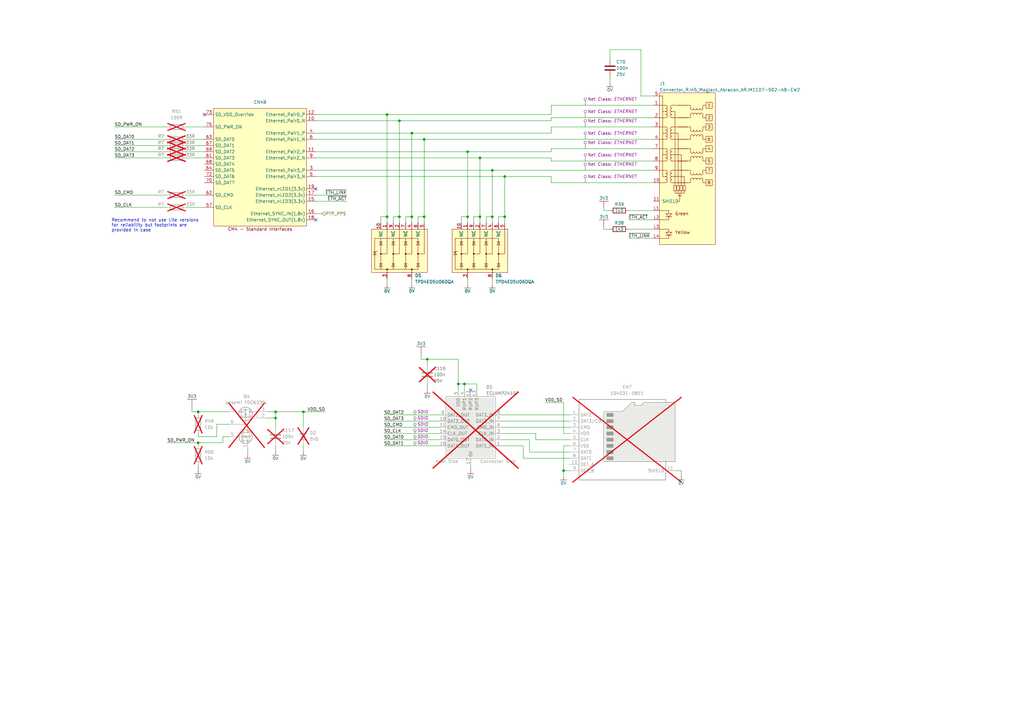
<source format=kicad_sch>
(kicad_sch (version 20230121) (generator eeschema)
  (paper "A3")
  (lib_symbols
    (symbol "Auto_Library_WUT:KOA Speer RK73H1ETTP1000F" (pin_numbers hide) (pin_names (offset 0))
      (property "Reference" "R" (at 2.032 0 90))
      (property "Value" "100R" (at 0 0 90))
      (symbol "KOA Speer RK73H1ETTP1000F_1_1"
        (pin passive line (at 0 3.81 270) (length 1.27) (name "~") (number "1"))
        (pin passive line (at 0 -3.81 90) (length 1.27) (name "~") (number "2"))
      )
    )
    (symbol "Auto_Library_WUT:KOA Speer RK73H1ETTP1001F" (pin_numbers hide) (pin_names (offset 0))
      (property "Reference" "R" (at 2.032 0 90))
      (property "Value" "1k0" (at 0 0 90))
      (symbol "KOA Speer RK73H1ETTP1001F_1_1"
        (pin passive line (at 0 3.81 270) (length 1.27) (name "~") (number "1"))
        (pin passive line (at 0 -3.81 90) (length 1.27) (name "~") (number "2"))
      )
    )
    (symbol "Auto_Library_WUT:KOA Speer RK73H1ETTP1002F" (pin_numbers hide) (pin_names (offset 0))
      (property "Reference" "R" (at 2.032 0 90))
      (property "Value" "10k" (at 0 0 90))
      (symbol "KOA Speer RK73H1ETTP1002F_1_1"
        (pin passive line (at 0 3.81 270) (length 1.27) (name "~") (number "1"))
        (pin passive line (at 0 -3.81 90) (length 1.27) (name "~") (number "2"))
      )
    )
    (symbol "Auto_Library_WUT:KOA Speer RK73H1ETTP33R0F" (pin_numbers hide) (pin_names (offset 0))
      (property "Reference" "R" (at 2.032 0 90))
      (property "Value" "33R" (at 0 0 90))
      (symbol "KOA Speer RK73H1ETTP33R0F_1_1"
        (pin passive line (at 0 3.81 270) (length 1.27) (name "~") (number "1"))
        (pin passive line (at 0 -3.81 90) (length 1.27) (name "~") (number "2"))
      )
    )
    (symbol "Auto_Library_WUT:Yageo CC0402KRX7R8BB104" (pin_numbers hide) (pin_names (offset 0))
      (property "Reference" "C" (at 2.54 2.54 0))
      (property "Value" "100n" (at 2.54 0 0))
      (property "Voltage" "25V" (at 2.54 -2.54 0))
      (symbol "Yageo CC0402KRX7R8BB104_1_1"
        (pin passive line (at 0 3.81 270) (length 2.794) (name "~") (number "1"))
        (pin passive line (at 0 -3.81 90) (length 2.794) (name "~") (number "2"))
      )
    )
    (symbol "Auto_Library_WUT:nexperia PESD5V0U1UA,115" (pin_numbers hide) (pin_names hide)
      (property "Reference" "D" (at 2.54 2.54 0))
      (property "Value" "5V0" (at 2.54 0 0))
      (symbol "nexperia PESD5V0U1UA,115_1_1"
        (pin passive line (at 3.81 0 180) (length 2.54) (name "K") (number "1"))
        (pin passive line (at -3.81 0 0) (length 2.54) (name "A") (number "2"))
      )
    )
    (symbol "Connector_WUT:Connector_RJ45_Magjack_Abracon_ARJM11D7-502-AB-EW2" (pin_names (offset 1.016))
      (property "Reference" "J" (at -11.43 21.59 0))
      (property "Value" "ARJM11D7-502-AB-EW2" (at -11.43 19.05 0))
      (symbol "Connector_RJ45_Magjack_Abracon_ARJM11D7-502-AB-EW2_0_0"
        (text "1" (at 8.89 12.7 0) (effects (font (size 1.27 1.27))))
        (text "2" (at 8.89 7.62 0) (effects (font (size 1.27 1.27))))
        (text "Green" (at -5.08 -31.75 0) (effects (font (size 1.27 1.27)) (justify left)))
        (text "Yellow" (at -5.08 -39.37 0) (effects (font (size 1.27 1.27)) (justify left)))
      )
      (symbol "Connector_RJ45_Magjack_Abracon_ARJM11D7-502-AB-EW2_1_1"
        (text "3" (at 8.89 3.81 0) (effects (font (size 1.27 1.27))))
        (text "4" (at 8.89 -5.08 0) (effects (font (size 1.27 1.27))))
        (text "5" (at 8.89 -10.16 0) (effects (font (size 1.27 1.27))))
        (text "6" (at 8.89 -1.27 0) (effects (font (size 1.27 1.27))))
        (text "7" (at 8.89 -13.97 0) (effects (font (size 1.27 1.27))))
        (text "8" (at 8.89 -19.05 0) (effects (font (size 1.27 1.27))))
        (pin passive line (at -13.97 12.7 0) (length 2.54) (name "~") (number "1"))
        (pin passive line (at -13.97 -19.05 0) (length 2.54) (name "~") (number "10"))
        (pin passive line (at -13.97 -26.67 0) (length 2.54) (name "SHIELD") (number "11"))
        (pin passive line (at -13.97 7.62 0) (length 2.54) (name "~") (number "2"))
        (pin passive line (at -13.97 3.81 0) (length 2.54) (name "~") (number "3"))
        (pin passive line (at -13.97 -1.27 0) (length 2.54) (name "~") (number "4"))
        (pin passive line (at -13.97 16.51 0) (length 2.54) (name "~") (number "5"))
        (pin passive line (at -13.97 16.51 0) (length 2.54) hide (name "~") (number "6"))
        (pin passive line (at -13.97 -5.08 0) (length 2.54) (name "~") (number "7"))
        (pin passive line (at -13.97 -10.16 0) (length 2.54) (name "~") (number "8"))
        (pin passive line (at -13.97 -13.97 0) (length 2.54) (name "~") (number "9"))
        (pin passive line (at -13.97 -30.48 0) (length 2.54) (name "~") (number "L1"))
        (pin passive line (at -13.97 -34.29 0) (length 2.54) (name "~") (number "L2"))
        (pin passive line (at -13.97 -38.1 0) (length 2.54) (name "~") (number "L3"))
        (pin passive line (at -13.97 -41.91 0) (length 2.54) (name "~") (number "L4"))
      )
    )
    (symbol "Connector_WUT:Molex_104031-0811"
      (property "Reference" "CN" (at 0 20.32 0))
      (property "Value" "104031-0811" (at 0 17.78 0))
      (symbol "Molex_104031-0811_1_1"
        (pin bidirectional line (at -22.86 10.16 0) (length 3.81) (name "DAT2") (number "1"))
        (pin passive line (at -22.86 -10.16 0) (length 3.81) (name "DET_A") (number "10"))
        (pin passive line (at 20.32 -12.7 180) (length 3.81) (name "SHIELD") (number "11"))
        (pin bidirectional line (at -22.86 7.62 0) (length 3.81) (name "DAT3/CD") (number "2"))
        (pin input line (at -22.86 5.08 0) (length 3.81) (name "CMD") (number "3"))
        (pin power_in line (at -22.86 2.54 0) (length 3.81) (name "VDD") (number "4"))
        (pin input line (at -22.86 0 0) (length 3.81) (name "CLK") (number "5"))
        (pin power_in line (at -22.86 -2.54 0) (length 3.81) (name "VSS") (number "6"))
        (pin bidirectional line (at -22.86 -5.08 0) (length 3.81) (name "DAT0") (number "7"))
        (pin bidirectional line (at -22.86 -7.62 0) (length 3.81) (name "DAT1") (number "8"))
        (pin passive line (at -22.86 -12.7 0) (length 3.81) (name "DET_B") (number "9"))
      )
    )
    (symbol "Diode_WUT:Semtech_EClamp2410P"
      (property "Reference" "D" (at 6.35 16.51 0))
      (property "Value" "ECLAMP2410P" (at 6.35 13.97 0))
      (symbol "Semtech_EClamp2410P_1_1"
        (text "Connector Side" (at 3.81 -13.97 0) (effects (font (size 1.27 1.27)) (justify left)))
        (text "Host Side" (at -5.08 -13.97 0) (effects (font (size 1.27 1.27)) (justify right)))
        (pin passive line (at 12.7 -7.62 180) (length 2.54) (name "DAT1_IN") (number "1"))
        (pin passive line (at -12.7 2.54 0) (length 2.54) (name "DAT3_OUT") (number "10"))
        (pin passive line (at -12.7 0 0) (length 2.54) (name "CMD_OUT") (number "11"))
        (pin passive line (at 0 15.24 270) (length 2.54) (name "RUP2") (number "12"))
        (pin passive line (at 2.54 15.24 270) (length 2.54) (name "RUP3") (number "13"))
        (pin passive line (at -12.7 -2.54 0) (length 2.54) (name "CLK_OUT") (number "14"))
        (pin passive line (at -12.7 -5.08 0) (length 2.54) (name "DAT0_OUT") (number "15"))
        (pin passive line (at -12.7 -7.62 0) (length 2.54) (name "DAT1_OUT") (number "16"))
        (pin power_in line (at 0 -15.24 90) (length 2.54) (name "0V") (number "17"))
        (pin passive line (at 12.7 -5.08 180) (length 2.54) (name "DAT0_IN") (number "2"))
        (pin passive line (at 12.7 -2.54 180) (length 2.54) (name "CLK_IN") (number "3"))
        (pin passive line (at -2.54 15.24 270) (length 2.54) (name "RUP1") (number "4"))
        (pin power_in line (at -5.08 15.24 270) (length 2.54) (name "VDD") (number "5"))
        (pin passive line (at 12.7 0 180) (length 2.54) (name "CMD_IN") (number "6"))
        (pin passive line (at 12.7 2.54 180) (length 2.54) (name "DAT3_IN") (number "7"))
        (pin passive line (at 12.7 5.08 180) (length 2.54) (name "DAT2_IN") (number "8"))
        (pin passive line (at -12.7 5.08 0) (length 2.54) (name "DAT2_OUT") (number "9"))
      )
    )
    (symbol "Diode_WUT:TI_TPD4E05U06"
      (property "Reference" "D" (at 7.62 -8.89 0))
      (property "Value" "TPD4E05U06DQA" (at 7.62 -11.43 0))
      (symbol "TI_TPD4E05U06_1_1"
        (pin passive line (at -5.08 12.7 270) (length 2.54) (name "~") (number "1"))
        (pin passive line (at -7.62 12.7 270) (length 2.54) (name "NC") (number "10"))
        (pin passive line (at 0 12.7 270) (length 2.54) (name "") (number "2"))
        (pin power_in line (at -5.08 -10.16 90) (length 2.54) (name "~") (number "3"))
        (pin passive line (at 5.08 12.7 270) (length 2.54) (name "") (number "4"))
        (pin passive line (at 10.16 12.7 270) (length 2.54) (name "") (number "5"))
        (pin passive line (at 7.62 12.7 270) (length 2.54) (name "NC") (number "6"))
        (pin passive line (at 2.54 12.7 270) (length 2.54) (name "NC") (number "7"))
        (pin power_in line (at 5.08 -10.16 90) (length 2.54) (name "~") (number "8"))
        (pin passive line (at -2.54 12.7 270) (length 2.54) (name "NC") (number "9"))
      )
    )
    (symbol "Modules_WUT:ComputeModule4-GPIO"
      (property "Reference" "CN" (at 0 3.81 0))
      (symbol "ComputeModule4-GPIO_1_1"
        (text "CM4 - Config" (at 0 -34.29 0) (effects (font (size 1.27 1.27))))
        (pin output line (at -17.78 -17.78 0) (length 3.81) (name "nEXTRST") (number "100"))
        (pin passive line (at 17.78 -12.7 180) (length 3.81) (name "EEPROM_nWP") (number "20"))
        (pin open_collector line (at 17.78 -17.78 180) (length 3.81) (name "PI_nLED_Activity") (number "21"))
        (pin passive line (at 17.78 -22.86 180) (length 3.81) (name "ID_SC") (number "35"))
        (pin passive line (at 17.78 -25.4 180) (length 3.81) (name "ID_SD") (number "36"))
        (pin passive line (at 17.78 -30.48 180) (length 3.81) (name "Reserved") (number "76"))
        (pin passive line (at 17.78 -5.08 180) (length 3.81) (name "SCL0") (number "80"))
        (pin passive line (at 17.78 -7.62 180) (length 3.81) (name "SDA0") (number "82"))
        (pin power_in line (at -17.78 0 0) (length 3.81) (name "WiFi_nDisable") (number "89"))
        (pin power_in line (at -17.78 -2.54 0) (length 3.81) (name "BT_nDisable") (number "91"))
        (pin passive line (at 17.78 0 180) (length 3.81) (name "RUN_PG") (number "92"))
        (pin input line (at -17.78 -5.08 0) (length 3.81) (name "nRPIBOOT") (number "93"))
        (pin passive line (at -17.78 -25.4 0) (length 3.81) (name "AnalogIP1") (number "94"))
        (pin output line (at -17.78 -7.62 0) (length 3.81) (name "nPI_LED_PWR") (number "95"))
        (pin passive line (at -17.78 -22.86 0) (length 3.81) (name "AnalogIP0") (number "96"))
        (pin passive line (at -17.78 -10.16 0) (length 3.81) (name "Camera_GPIO") (number "97"))
        (pin input line (at -17.78 -12.7 0) (length 3.81) (name "Global_EN") (number "99"))
      )
      (symbol "ComputeModule4-GPIO_2_1"
        (text "CM4 - Standard Interfaces" (at 0 -46.99 0) (effects (font (size 1.27 1.27))))
        (pin passive line (at 22.86 -2.54 180) (length 3.81) (name "Ethernet_Pair0_N") (number "10"))
        (pin passive line (at 22.86 -15.24 180) (length 3.81) (name "Ethernet_Pair2_P") (number "11"))
        (pin passive line (at 22.86 0 180) (length 3.81) (name "Ethernet_Pair0_P") (number "12"))
        (pin output line (at 22.86 -35.56 180) (length 3.81) (name "Ethernet_nLED3(3.3v)") (number "15"))
        (pin input line (at 22.86 -40.64 180) (length 3.81) (name "Ethernet_SYNC_IN(1.8v)") (number "16"))
        (pin output line (at 22.86 -33.02 180) (length 3.81) (name "Ethernet_nLED2(3.3v)") (number "17"))
        (pin input line (at 22.86 -43.18 180) (length 3.81) (name "Ethernet_SYNC_OUT(1.8v)") (number "18"))
        (pin output line (at 22.86 -30.48 180) (length 3.81) (name "Ethernet_nLED1(3.3v)") (number "19"))
        (pin passive line (at 22.86 -22.86 180) (length 3.81) (name "Ethernet_Pair3_P") (number "3"))
        (pin passive line (at 22.86 -7.62 180) (length 3.81) (name "Ethernet_Pair1_P") (number "4"))
        (pin passive line (at 22.86 -25.4 180) (length 3.81) (name "Ethernet_Pair3_N") (number "5"))
        (pin passive line (at -22.86 -38.1 0) (length 3.81) (name "SD_CLK") (number "57"))
        (pin passive line (at 22.86 -10.16 180) (length 3.81) (name "Ethernet_Pair1_N") (number "6"))
        (pin passive line (at -22.86 -17.78 0) (length 3.81) (name "SD_DAT3") (number "61"))
        (pin passive line (at -22.86 -33.02 0) (length 3.81) (name "SD_CMD") (number "62"))
        (pin passive line (at -22.86 -10.16 0) (length 3.81) (name "SD_DAT0") (number "63"))
        (pin passive line (at -22.86 -22.86 0) (length 3.81) (name "SD_DAT5") (number "64"))
        (pin passive line (at -22.86 -12.7 0) (length 3.81) (name "SD_DAT1") (number "67"))
        (pin passive line (at -22.86 -20.32 0) (length 3.81) (name "SD_DAT4") (number "68"))
        (pin passive line (at -22.86 -15.24 0) (length 3.81) (name "SD_DAT2") (number "69"))
        (pin passive line (at -22.86 -27.94 0) (length 3.81) (name "SD_DAT7") (number "70"))
        (pin passive line (at -22.86 -25.4 0) (length 3.81) (name "SD_DAT6") (number "72"))
        (pin input line (at -22.86 0 0) (length 3.81) (name "SD_VDD_Override") (number "73"))
        (pin output line (at -22.86 -5.08 0) (length 3.81) (name "SD_PWR_ON") (number "75"))
        (pin passive line (at 22.86 -17.78 180) (length 3.81) (name "Ethernet_Pair2_N") (number "9"))
      )
      (symbol "ComputeModule4-GPIO_3_1"
        (text "600mA Max" (at 7.62 -5.08 0) (effects (font (size 1.27 1.27))))
        (text "600mA Max" (at 7.62 0 0) (effects (font (size 1.27 1.27))))
        (text "CM4- Power" (at 22.86 3.81 0) (effects (font (size 1.27 1.27))))
        (pin power_in line (at -25.4 -33.02 90) (length 3.81) (name "GND") (number "1"))
        (pin power_in line (at -15.24 -33.02 90) (length 3.81) (name "GND") (number "13"))
        (pin power_in line (at -12.7 -33.02 90) (length 3.81) (name "GND") (number "14"))
        (pin power_in line (at -22.86 -33.02 90) (length 3.81) (name "GND") (number "2"))
        (pin power_in line (at -10.16 -33.02 90) (length 3.81) (name "GND") (number "22"))
        (pin power_in line (at -7.62 -33.02 90) (length 3.81) (name "GND") (number "23"))
        (pin power_in line (at -5.08 -33.02 90) (length 3.81) (name "GND") (number "32"))
        (pin power_in line (at -2.54 -33.02 90) (length 3.81) (name "GND") (number "33"))
        (pin power_in line (at 0 -33.02 90) (length 3.81) (name "GND") (number "42"))
        (pin power_in line (at 2.54 -33.02 90) (length 3.81) (name "GND") (number "43"))
        (pin power_in line (at 5.08 -33.02 90) (length 3.81) (name "GND") (number "52"))
        (pin power_in line (at 7.62 -33.02 90) (length 3.81) (name "GND") (number "53"))
        (pin power_in line (at 10.16 -33.02 90) (length 3.81) (name "GND") (number "59"))
        (pin power_in line (at 12.7 -33.02 90) (length 3.81) (name "GND") (number "60"))
        (pin power_in line (at 15.24 -33.02 90) (length 3.81) (name "GND") (number "65"))
        (pin power_in line (at 17.78 -33.02 90) (length 3.81) (name "GND") (number "66"))
        (pin power_in line (at -20.32 -33.02 90) (length 3.81) (name "GND") (number "7"))
        (pin power_in line (at 20.32 -33.02 90) (length 3.81) (name "GND") (number "71"))
        (pin power_in line (at 22.86 -33.02 90) (length 3.81) (name "GND") (number "74"))
        (pin power_in line (at -33.02 -12.7 0) (length 3.81) (name "+5v_(Input)") (number "77"))
        (pin power_in line (at -33.02 -17.78 0) (length 3.81) (name "GPIO_VREF(1.8v/3.3v_Input)") (number "78"))
        (pin power_in line (at -33.02 -10.16 0) (length 3.81) (name "+5v_(Input)") (number "79"))
        (pin power_in line (at -17.78 -33.02 90) (length 3.81) (name "GND") (number "8"))
        (pin power_in line (at -33.02 -7.62 0) (length 3.81) (name "+5v_(Input)") (number "81"))
        (pin power_in line (at -33.02 -5.08 0) (length 3.81) (name "+5v_(Input)") (number "83"))
        (pin power_out line (at 33.02 -7.62 180) (length 3.81) (name "+3.3v_(Output)") (number "84"))
        (pin power_in line (at -33.02 -2.54 0) (length 3.81) (name "+5v_(Input)") (number "85"))
        (pin power_out line (at 33.02 -5.08 180) (length 3.81) (name "+3.3v_(Output)") (number "86"))
        (pin power_in line (at -33.02 0 0) (length 3.81) (name "+5v_(Input)") (number "87"))
        (pin power_out line (at 33.02 -2.54 180) (length 3.81) (name "+1.8v_(Output)") (number "88"))
        (pin power_out line (at 33.02 0 180) (length 3.81) (name "+1.8v_(Output)") (number "90"))
        (pin power_in line (at 25.4 -33.02 90) (length 3.81) (name "GND") (number "98"))
      )
      (symbol "ComputeModule4-GPIO_4_1"
        (text "CM4 - GPIO" (at 0 -35.56 0) (effects (font (size 1.27 1.27))))
        (pin passive line (at 15.24 -27.94 180) (length 3.81) (name "GPIO26") (number "24"))
        (pin passive line (at 15.24 -15.24 180) (length 3.81) (name "GPIO21") (number "25"))
        (pin passive line (at 15.24 -10.16 180) (length 3.81) (name "GPIO19") (number "26"))
        (pin passive line (at 15.24 -12.7 180) (length 3.81) (name "GPIO20") (number "27"))
        (pin passive line (at -15.24 -27.94 0) (length 3.81) (name "GPIO13") (number "28"))
        (pin passive line (at 15.24 -2.54 180) (length 3.81) (name "GPIO16") (number "29"))
        (pin passive line (at -15.24 -10.16 0) (length 3.81) (name "GPIO6") (number "30"))
        (pin passive line (at -15.24 -25.4 0) (length 3.81) (name "GPIO12") (number "31"))
        (pin passive line (at -15.24 -7.62 0) (length 3.81) (name "GPIO5") (number "34"))
        (pin passive line (at -15.24 -12.7 0) (length 3.81) (name "GPIO7") (number "37"))
        (pin passive line (at -15.24 -22.86 0) (length 3.81) (name "GPIO11") (number "38"))
        (pin passive line (at -15.24 -15.24 0) (length 3.81) (name "GPIO8") (number "39"))
        (pin passive line (at -15.24 -17.78 0) (length 3.81) (name "GPIO9") (number "40"))
        (pin passive line (at 15.24 -25.4 180) (length 3.81) (name "GPIO25") (number "41"))
        (pin passive line (at -15.24 -20.32 0) (length 3.81) (name "GPIO10") (number "44"))
        (pin passive line (at 15.24 -22.86 180) (length 3.81) (name "GPIO24") (number "45"))
        (pin passive line (at 15.24 -17.78 180) (length 3.81) (name "GPIO22") (number "46"))
        (pin passive line (at 15.24 -20.32 180) (length 3.81) (name "GPIO23") (number "47"))
        (pin passive line (at 15.24 -30.48 180) (length 3.81) (name "GPIO27") (number "48"))
        (pin passive line (at 15.24 -7.62 180) (length 3.81) (name "GPIO18") (number "49"))
        (pin passive line (at 15.24 -5.08 180) (length 3.81) (name "GPIO17") (number "50"))
        (pin passive line (at 15.24 0 180) (length 3.81) (name "GPIO15") (number "51"))
        (pin passive line (at -15.24 -5.08 0) (length 3.81) (name "GPIO4") (number "54"))
        (pin passive line (at -15.24 -30.48 0) (length 3.81) (name "GPIO14") (number "55"))
        (pin passive line (at -15.24 -2.54 0) (length 3.81) (name "GPIO3") (number "56"))
        (pin passive line (at -15.24 0 0) (length 3.81) (name "GPIO2") (number "58"))
      )
    )
    (symbol "Power_WUT:0V" (power) (pin_numbers hide) (pin_names hide) (in_bom no) (on_board no)
      (property "Value" "0V" (at 0 -2.54 0))
      (symbol "0V_1_1"
        (pin power_in line (at 0 0 270) (length 0) hide (name "0V") (number "1"))
      )
    )
    (symbol "Power_WUT:3V3" (power) (in_bom no) (on_board no)
      (property "Value" "3V3" (at 0 3.81 0))
      (symbol "3V3_1_1"
        (pin power_in line (at 0 0 90) (length 0) hide (name "3V3") (number "1"))
      )
    )
    (symbol "Transistor_WUT:onsemi_FDC6330L" (pin_names hide)
      (property "Reference" "Q" (at 0 10.16 0))
      (property "Value" "onsemi FDC6330L" (at 0 0 0))
      (symbol "onsemi_FDC6330L_1_1"
        (pin passive line (at 0 -10.16 90) (length 2.54) (name "S1") (number "1"))
        (pin passive line (at 7.62 2.54 180) (length 2.54) (name "D2") (number "2"))
        (pin passive line (at 7.62 5.08 180) (length 2.54) (name "D2") (number "3"))
        (pin passive line (at -7.62 5.08 0) (length 2.54) (name "S2") (number "4"))
        (pin passive line (at -7.62 -5.08 0) (length 2.54) (name "G1") (number "5"))
        (pin passive line (at -7.62 0 0) (length 2.54) (name "D1") (number "6"))
      )
    )
  )
  (junction (at 124.46 168.91))
  (junction (at 196.85 64.77))
  (junction (at 81.28 168.91))
  (junction (at 175.26 147.32))
  (junction (at 201.93 69.85))
  (junction (at 168.91 88.9))
  (junction (at 173.99 57.15))
  (junction (at 158.75 46.99))
  (junction (at 81.28 181.61))
  (junction (at 191.77 88.9))
  (junction (at 187.96 157.48))
  (junction (at 207.01 72.39))
  (junction (at 113.03 168.91))
  (junction (at 196.85 88.9))
  (junction (at 158.75 88.9))
  (junction (at 191.77 62.23))
  (junction (at 173.99 88.9))
  (junction (at 168.91 54.61))
  (junction (at 163.83 49.53))
  (junction (at 163.83 88.9))
  (junction (at 113.03 171.45))
  (junction (at 201.93 88.9))
  (junction (at 207.01 88.9))
  (junction (at 190.5 157.48))
  (junction (at 231.14 193.04))
  (no_connect (at 83.82 46.99))
  (no_connect (at 129.54 77.47))
  (no_connect (at 193.04 160.02))
  (no_connect (at 129.54 90.17))
  (wire (pts (xy 158.75 46.99) (xy 226.06 46.99)))
  (wire (pts (xy 191.77 114.3) (xy 191.77 116.84)))
  (wire (pts (xy 247.65 86.36) (xy 250.19 86.36)))
  (wire (pts (xy 267.97 48.26) (xy 226.06 48.26)))
  (wire (pts (xy 196.85 88.9) (xy 196.85 91.44)))
  (wire (pts (xy 168.91 114.3) (xy 168.91 116.84)))
  (wire (pts (xy 175.26 157.48) (xy 175.26 160.02)))
  (wire (pts (xy 129.54 54.61) (xy 168.91 54.61)))
  (wire (pts (xy 76.2 62.23) (xy 83.82 62.23)))
  (wire (pts (xy 46.99 80.01) (xy 68.58 80.01)))
  (wire (pts (xy 247.65 85.09) (xy 247.65 86.36)))
  (wire (pts (xy 205.74 182.88) (xy 214.63 182.88)))
  (wire (pts (xy 226.06 48.26) (xy 226.06 49.53)))
  (wire (pts (xy 124.46 182.88) (xy 124.46 185.42)))
  (wire (pts (xy 231.14 193.04) (xy 231.14 195.58)))
  (wire (pts (xy 217.17 185.42) (xy 217.17 180.34)))
  (wire (pts (xy 226.06 66.04) (xy 226.06 64.77)))
  (wire (pts (xy 173.99 88.9) (xy 173.99 91.44)))
  (wire (pts (xy 78.74 168.91) (xy 81.28 168.91)))
  (wire (pts (xy 171.45 91.44) (xy 171.45 88.9)))
  (wire (pts (xy 201.93 114.3) (xy 201.93 116.84)))
  (wire (pts (xy 129.54 69.85) (xy 201.93 69.85)))
  (wire (pts (xy 109.22 171.45) (xy 113.03 171.45)))
  (wire (pts (xy 157.48 182.88) (xy 180.34 182.88)))
  (wire (pts (xy 194.31 88.9) (xy 196.85 88.9)))
  (wire (pts (xy 226.06 43.18) (xy 267.97 43.18)))
  (wire (pts (xy 161.29 91.44) (xy 161.29 88.9)))
  (wire (pts (xy 187.96 157.48) (xy 187.96 160.02)))
  (wire (pts (xy 191.77 88.9) (xy 191.77 62.23)))
  (wire (pts (xy 205.74 170.18) (xy 233.68 170.18)))
  (wire (pts (xy 113.03 171.45) (xy 113.03 175.26)))
  (wire (pts (xy 205.74 172.72) (xy 233.68 172.72)))
  (wire (pts (xy 46.99 85.09) (xy 68.58 85.09)))
  (wire (pts (xy 88.9 179.07) (xy 81.28 179.07)))
  (wire (pts (xy 129.54 64.77) (xy 196.85 64.77)))
  (wire (pts (xy 76.2 59.69) (xy 83.82 59.69)))
  (wire (pts (xy 193.04 190.5) (xy 193.04 193.04)))
  (wire (pts (xy 91.44 181.61) (xy 91.44 179.07)))
  (wire (pts (xy 46.99 64.77) (xy 68.58 64.77)))
  (wire (pts (xy 214.63 182.88) (xy 214.63 187.96)))
  (wire (pts (xy 129.54 49.53) (xy 163.83 49.53)))
  (wire (pts (xy 157.48 180.34) (xy 180.34 180.34)))
  (wire (pts (xy 190.5 157.48) (xy 195.58 157.48)))
  (wire (pts (xy 129.54 87.63) (xy 132.08 87.63)))
  (wire (pts (xy 166.37 88.9) (xy 168.91 88.9)))
  (wire (pts (xy 223.52 165.1) (xy 231.14 165.1)))
  (wire (pts (xy 156.21 88.9) (xy 156.21 91.44)))
  (wire (pts (xy 163.83 88.9) (xy 163.83 91.44)))
  (wire (pts (xy 129.54 82.55) (xy 142.24 82.55)))
  (wire (pts (xy 262.89 20.32) (xy 262.89 39.37)))
  (wire (pts (xy 231.14 193.04) (xy 231.14 182.88)))
  (wire (pts (xy 226.06 54.61) (xy 226.06 52.07)))
  (wire (pts (xy 231.14 193.04) (xy 233.68 193.04)))
  (wire (pts (xy 157.48 172.72) (xy 180.34 172.72)))
  (wire (pts (xy 187.96 157.48) (xy 190.5 157.48)))
  (wire (pts (xy 173.99 57.15) (xy 267.97 57.15)))
  (wire (pts (xy 233.68 185.42) (xy 217.17 185.42)))
  (wire (pts (xy 76.2 80.01) (xy 83.82 80.01)))
  (wire (pts (xy 262.89 39.37) (xy 267.97 39.37)))
  (wire (pts (xy 204.47 88.9) (xy 207.01 88.9)))
  (wire (pts (xy 250.19 93.98) (xy 247.65 93.98)))
  (wire (pts (xy 191.77 62.23) (xy 226.06 62.23)))
  (wire (pts (xy 204.47 91.44) (xy 204.47 88.9)))
  (wire (pts (xy 201.93 69.85) (xy 267.97 69.85)))
  (wire (pts (xy 201.93 69.85) (xy 201.93 88.9)))
  (wire (pts (xy 279.4 193.04) (xy 279.4 195.58)))
  (wire (pts (xy 199.39 88.9) (xy 201.93 88.9)))
  (wire (pts (xy 191.77 88.9) (xy 191.77 91.44)))
  (wire (pts (xy 76.2 52.07) (xy 83.82 52.07)))
  (wire (pts (xy 129.54 57.15) (xy 173.99 57.15)))
  (wire (pts (xy 226.06 74.93) (xy 267.97 74.93)))
  (wire (pts (xy 250.19 31.75) (xy 250.19 34.29)))
  (wire (pts (xy 226.06 74.93) (xy 226.06 72.39)))
  (wire (pts (xy 76.2 64.77) (xy 83.82 64.77)))
  (wire (pts (xy 257.81 97.79) (xy 267.97 97.79)))
  (wire (pts (xy 168.91 54.61) (xy 168.91 88.9)))
  (wire (pts (xy 101.6 184.15) (xy 101.6 186.69)))
  (wire (pts (xy 175.26 147.32) (xy 187.96 147.32)))
  (wire (pts (xy 276.86 193.04) (xy 279.4 193.04)))
  (wire (pts (xy 124.46 168.91) (xy 124.46 175.26)))
  (wire (pts (xy 81.28 181.61) (xy 91.44 181.61)))
  (wire (pts (xy 219.71 177.8) (xy 219.71 180.34)))
  (wire (pts (xy 226.06 60.96) (xy 267.97 60.96)))
  (wire (pts (xy 205.74 175.26) (xy 233.68 175.26)))
  (wire (pts (xy 46.99 59.69) (xy 68.58 59.69)))
  (wire (pts (xy 187.96 147.32) (xy 187.96 157.48)))
  (wire (pts (xy 231.14 165.1) (xy 231.14 177.8)))
  (wire (pts (xy 158.75 46.99) (xy 158.75 88.9)))
  (wire (pts (xy 217.17 180.34) (xy 205.74 180.34)))
  (wire (pts (xy 81.28 168.91) (xy 81.28 170.18)))
  (wire (pts (xy 207.01 72.39) (xy 207.01 88.9)))
  (wire (pts (xy 219.71 180.34) (xy 233.68 180.34)))
  (wire (pts (xy 157.48 177.8) (xy 180.34 177.8)))
  (wire (pts (xy 157.48 175.26) (xy 180.34 175.26)))
  (wire (pts (xy 207.01 88.9) (xy 207.01 91.44)))
  (wire (pts (xy 46.99 62.23) (xy 68.58 62.23)))
  (wire (pts (xy 257.81 86.36) (xy 267.97 86.36)))
  (wire (pts (xy 91.44 179.07) (xy 93.98 179.07)))
  (wire (pts (xy 214.63 187.96) (xy 233.68 187.96)))
  (wire (pts (xy 46.99 52.07) (xy 68.58 52.07)))
  (wire (pts (xy 88.9 173.99) (xy 88.9 179.07)))
  (wire (pts (xy 129.54 62.23) (xy 191.77 62.23)))
  (wire (pts (xy 231.14 182.88) (xy 233.68 182.88)))
  (wire (pts (xy 267.97 93.98) (xy 257.81 93.98)))
  (wire (pts (xy 157.48 170.18) (xy 180.34 170.18)))
  (wire (pts (xy 267.97 66.04) (xy 226.06 66.04)))
  (wire (pts (xy 93.98 173.99) (xy 88.9 173.99)))
  (wire (pts (xy 81.28 168.91) (xy 93.98 168.91)))
  (wire (pts (xy 113.03 168.91) (xy 124.46 168.91)))
  (wire (pts (xy 156.21 88.9) (xy 158.75 88.9)))
  (wire (pts (xy 68.58 181.61) (xy 81.28 181.61)))
  (wire (pts (xy 194.31 91.44) (xy 194.31 88.9)))
  (wire (pts (xy 172.72 147.32) (xy 175.26 147.32)))
  (wire (pts (xy 46.99 57.15) (xy 68.58 57.15)))
  (wire (pts (xy 201.93 88.9) (xy 201.93 91.44)))
  (wire (pts (xy 171.45 88.9) (xy 173.99 88.9)))
  (wire (pts (xy 250.19 20.32) (xy 262.89 20.32)))
  (wire (pts (xy 78.74 166.37) (xy 78.74 168.91)))
  (wire (pts (xy 205.74 177.8) (xy 219.71 177.8)))
  (wire (pts (xy 76.2 57.15) (xy 83.82 57.15)))
  (wire (pts (xy 196.85 64.77) (xy 226.06 64.77)))
  (wire (pts (xy 129.54 46.99) (xy 158.75 46.99)))
  (wire (pts (xy 231.14 177.8) (xy 233.68 177.8)))
  (wire (pts (xy 195.58 157.48) (xy 195.58 160.02)))
  (wire (pts (xy 189.23 88.9) (xy 189.23 91.44)))
  (wire (pts (xy 250.19 24.13) (xy 250.19 20.32)))
  (wire (pts (xy 207.01 72.39) (xy 226.06 72.39)))
  (wire (pts (xy 190.5 160.02) (xy 190.5 157.48)))
  (wire (pts (xy 113.03 182.88) (xy 113.03 185.42)))
  (wire (pts (xy 226.06 52.07) (xy 267.97 52.07)))
  (wire (pts (xy 166.37 91.44) (xy 166.37 88.9)))
  (wire (pts (xy 81.28 182.88) (xy 81.28 181.61)))
  (wire (pts (xy 196.85 64.77) (xy 196.85 88.9)))
  (wire (pts (xy 163.83 49.53) (xy 163.83 88.9)))
  (wire (pts (xy 172.72 144.78) (xy 172.72 147.32)))
  (wire (pts (xy 226.06 62.23) (xy 226.06 60.96)))
  (wire (pts (xy 113.03 168.91) (xy 113.03 171.45)))
  (wire (pts (xy 199.39 91.44) (xy 199.39 88.9)))
  (wire (pts (xy 163.83 49.53) (xy 226.06 49.53)))
  (wire (pts (xy 247.65 93.98) (xy 247.65 92.71)))
  (wire (pts (xy 161.29 88.9) (xy 163.83 88.9)))
  (wire (pts (xy 168.91 88.9) (xy 168.91 91.44)))
  (wire (pts (xy 226.06 46.99) (xy 226.06 43.18)))
  (wire (pts (xy 257.81 90.17) (xy 267.97 90.17)))
  (wire (pts (xy 173.99 57.15) (xy 173.99 88.9)))
  (wire (pts (xy 129.54 80.01) (xy 142.24 80.01)))
  (wire (pts (xy 81.28 190.5) (xy 81.28 193.04)))
  (wire (pts (xy 129.54 72.39) (xy 207.01 72.39)))
  (wire (pts (xy 81.28 179.07) (xy 81.28 177.8)))
  (wire (pts (xy 76.2 85.09) (xy 83.82 85.09)))
  (wire (pts (xy 168.91 54.61) (xy 226.06 54.61)))
  (wire (pts (xy 175.26 147.32) (xy 175.26 149.86)))
  (wire (pts (xy 189.23 88.9) (xy 191.77 88.9)))
  (wire (pts (xy 109.22 168.91) (xy 113.03 168.91)))
  (wire (pts (xy 158.75 114.3) (xy 158.75 116.84)))
  (wire (pts (xy 124.46 168.91) (xy 133.35 168.91)))
  (wire (pts (xy 158.75 88.9) (xy 158.75 91.44)))
  (text "Recommend to not use Lite versions\nfor reliability but footprints are\nprovided in case" (at 45.72 95.25 0) (effects (font (size 1.27 1.27)) (justify left bottom)))
  (label "SD_DAT2" (at 46.99 62.23 0))
  (label "SD_DAT1" (at 157.48 182.88 0))
  (label "VDD_SD" (at 133.35 168.91 180))
  (label "SD_DAT2" (at 157.48 170.18 0))
  (label "SD_DAT3" (at 157.48 172.72 0))
  (label "SD_CMD" (at 46.99 80.01 0))
  (label "SD_DAT0" (at 157.48 180.34 0))
  (label "SD_PWR_ON" (at 46.99 52.07 0))
  (label "SD_CLK" (at 157.48 177.8 0))
  (label "SD_DAT3" (at 46.99 64.77 0))
  (label "SD_CLK" (at 46.99 85.09 0))
  (label "~{ETH_ACT}" (at 142.24 82.55 180))
  (label "VDD_SD" (at 223.52 165.1 0))
  (label "~{ETH_LINK}" (at 257.81 97.79 0))
  (label "~{ETH_LINK}" (at 142.24 80.01 180))
  (label "SD_CMD" (at 157.48 175.26 0))
  (label "SD_DAT0" (at 46.99 57.15 0))
  (label "SD_PWR_ON" (at 68.58 181.61 0))
  (label "SD_DAT1" (at 46.99 59.69 0))
  (label "~{ETH_ACT}" (at 257.81 90.17 0))
  (hierarchical_label "PTP_PPS" (shape input) (at 132.08 87.63 0))
  (netclass_flag "" (length 1.27) (shape round) (at 170.18 177.8 0) (property "Netclass" "SDIO" (at 171.069 176.53 0) (effects (font italic) (justify left))))
  (netclass_flag "" (length 2.54) (shape round) (at 240.03 69.85 0) (property "Netclass" "ETHERNET" (at 240.919 67.31 0) (show_name) (effects (font italic) (justify left))))
  (netclass_flag "" (length 2.54) (shape round) (at 240.03 60.96 0) (property "Netclass" "ETHERNET" (at 240.919 58.42 0) (show_name) (effects (font italic) (justify left))))
  (netclass_flag "" (length 2.54) (shape round) (at 240.03 66.04 0) (property "Netclass" "ETHERNET" (at 240.919 63.5 0) (show_name) (effects (font italic) (justify left))))
  (netclass_flag "" (length 1.27) (shape round) (at 170.18 180.34 0) (property "Netclass" "SDIO" (at 171.069 179.07 0) (effects (font italic) (justify left))))
  (netclass_flag "" (length 1.27) (shape round) (at 170.18 182.88 0) (property "Netclass" "SDIO" (at 171.069 181.61 0) (effects (font italic) (justify left))))
  (netclass_flag "" (length 1.27) (shape round) (at 170.18 175.26 0) (property "Netclass" "SDIO" (at 171.069 173.99 0) (effects (font italic) (justify left))))
  (netclass_flag "" (length 1.27) (shape round) (at 170.18 172.72 0) (property "Netclass" "SDIO" (at 171.069 171.45 0) (effects (font italic) (justify left))))
  (netclass_flag "" (length 2.54) (shape round) (at 240.03 74.93 0) (property "Netclass" "ETHERNET" (at 240.919 72.39 0) (show_name) (effects (font italic) (justify left))))
  (netclass_flag "" (length 2.54) (shape round) (at 240.03 43.18 0) (property "Netclass" "ETHERNET" (at 240.919 40.64 0) (show_name) (effects (font italic) (justify left))))
  (netclass_flag "" (length 1.27) (shape round) (at 170.18 170.18 0) (property "Netclass" "SDIO" (at 171.069 168.91 0) (effects (font italic) (justify left))))
  (netclass_flag "" (length 2.54) (shape round) (at 240.03 57.15 0) (property "Netclass" "ETHERNET" (at 240.919 54.61 0) (show_name) (effects (font italic) (justify left))))
  (netclass_flag "" (length 2.54) (shape round) (at 240.03 48.26 0) (property "Netclass" "ETHERNET" (at 240.919 45.72 0) (show_name) (effects (font italic) (justify left))))
  (netclass_flag "" (length 2.54) (shape round) (at 240.03 52.07 0) (property "Netclass" "ETHERNET" (at 240.919 49.53 0) (show_name) (effects (font italic) (justify left))))
  (symbol (lib_id "Power_WUT:0V") (at 201.93 116.84 0) (unit 1) (in_bom no) (on_board no)
    (property "Reference" "#PWR0205" (effects hide))
    (property "Value" "0V" (at 201.93 119.38 0))
    (instances (project "Master Timing Card" (path "" (reference "#PWR0205") (unit 1)) (path "" (reference "#PWR0224") (unit 1))))
  )
  (symbol (lib_id "Auto_Library_WUT:Yageo CC0402KRX7R8BB104") (at 113.03 179.07 0) (unit 1) (dnp yes)
    (property "Reference" "C117" (at 115.57 176.53 0) (effects (justify left)))
    (property "Value" "100n" (at 115.57 179.07 0) (effects (justify left)))
    (property "Footprint" "Capacitor_SMD:C_0402_1005Metric" (effects hide))
    (property "Datasheet" "https://www.yageo.com/upload/media/product/productsearch/datasheet/mlcc/UPY-GPHC_X7R_6.3V-to-250V_23.pdf" (effects hide))
    (property "Voltage" "25V" (at 115.57 181.61 0) (effects (justify left)))
    (property "Manufacturer" "Yageo" (effects hide))
    (property "MPN" "CC0402KRX7R8BB104" (effects hide))
    (property "Tolerance" "10%" (effects hide))
    (property "Dielectric" "X7R" (effects hide))
    (property "Height" "0.5mm" (effects hide))
    (instances (project "Master Timing Card" (path "" (reference "C117") (unit 1)) (path "" (reference "C128") (unit 1))))
  )
  (symbol (lib_id "Diode_WUT:Semtech_EClamp2410P") (at 193.04 175.26 0) (unit 1) (dnp yes)
    (property "Reference" "D1" (at 199.39 158.75 0) (effects (justify left)))
    (property "Value" "ECLAMP2410P" (at 199.39 161.29 0) (effects (justify left)))
    (property "Footprint" "Diode_WUT:Semtech_ECLAMP2410P" (effects hide))
    (property "Datasheet" "https://semtech.my.salesforce.com/sfc/p/#E0000000JelG/a/44000000MCTB/5msVCfAeBHJEfKOyeVfJ3QXwcmVBXkRudw6i2zaVvgU" (effects hide))
    (property "Manufacturer" "Semtech" (effects hide))
    (property "MPN" "ECLAMP2410P" (effects hide))
    (instances (project "Master Timing Card" (path "" (reference "D1") (unit 1)) (path "" (reference "D10") (unit 1))))
  )
  (symbol (lib_id "Power_WUT:0V") (at 81.28 193.04 0) (unit 1) (in_bom no) (on_board no)
    (property "Reference" "#PWR0170" (effects hide))
    (property "Value" "0V" (at 81.28 195.58 0))
    (instances (project "Master Timing Card" (path "" (reference "#PWR0170") (unit 1)) (path "" (reference "#PWR0214") (unit 1))))
  )
  (symbol (lib_id "Power_WUT:0V") (at 158.75 116.84 0) (unit 1) (in_bom no) (on_board no)
    (property "Reference" "#PWR0202" (effects hide))
    (property "Value" "0V" (at 158.75 119.38 0))
    (instances (project "Master Timing Card" (path "" (reference "#PWR0202") (unit 1)) (path "" (reference "#PWR0218") (unit 1))))
  )
  (symbol (lib_id "Power_WUT:0V") (at 191.77 116.84 0) (unit 1) (in_bom no) (on_board no)
    (property "Reference" "#PWR0204" (effects hide))
    (property "Value" "0V" (at 191.77 119.38 0))
    (instances (project "Master Timing Card" (path "" (reference "#PWR0204") (unit 1)) (path "" (reference "#PWR0222") (unit 1))))
  )
  (symbol (lib_id "Auto_Library_WUT:KOA Speer RK73H1ETTP1001F") (at 254 93.98 90) (unit 1)
    (property "Reference" "R38" (at 254 91.44 90))
    (property "Value" "1k0" (at 254 93.98 90))
    (property "Footprint" "Resistor_SMD:R_0402_1005Metric" (effects hide))
    (property "Datasheet" "https://www.koaspeer.com/pdfs/RK73H.pdf" (effects hide))
    (property "MPN" "RK73H1ETTP1001F" (effects hide))
    (property "Manufacturer" "KOA Speer" (effects hide))
    (property "Tolerance" "1%" (effects hide))
    (property "Height" "0.4mm" (effects hide))
    (instances (project "Master Timing Card" (path "" (reference "R38") (unit 1)) (path "" (reference "R71") (unit 1))))
  )
  (symbol (lib_id "Power_WUT:0V") (at 168.91 116.84 0) (unit 1) (in_bom no) (on_board no)
    (property "Reference" "#PWR0203" (effects hide))
    (property "Value" "0V" (at 168.91 119.38 0))
    (instances (project "Master Timing Card" (path "" (reference "#PWR0203") (unit 1)) (path "" (reference "#PWR0219") (unit 1))))
  )
  (symbol (lib_id "Power_WUT:0V") (at 279.4 195.58 0) (unit 1) (in_bom no) (on_board no)
    (property "Reference" "#PWR0163" (effects hide))
    (property "Value" "0V" (at 279.4 198.12 0))
    (instances (project "Master Timing Card" (path "" (reference "#PWR0163") (unit 1)) (path "" (reference "#PWR0229") (unit 1))))
  )
  (symbol (lib_id "Power_WUT:3V3") (at 247.65 92.71 0) (unit 1) (in_bom no) (on_board no)
    (property "Reference" "#PWR0107" (effects hide))
    (property "Value" "3V3" (at 247.65 88.9 0))
    (instances (project "Master Timing Card" (path "" (reference "#PWR0107") (unit 1)) (path "" (reference "#PWR0227") (unit 1))))
  )
  (symbol (lib_id "Power_WUT:0V") (at 113.03 185.42 0) (unit 1) (in_bom no) (on_board no)
    (property "Reference" "#PWR0169" (effects hide))
    (property "Value" "0V" (at 113.03 187.96 0))
    (instances (project "Master Timing Card" (path "" (reference "#PWR0169") (unit 1)) (path "" (reference "#PWR0216") (unit 1))))
  )
  (symbol (lib_id "Auto_Library_WUT:KOA Speer RK73H1ETTP33R0F") (at 72.39 64.77 270) (mirror x) (unit 1) (dnp yes)
    (property "Reference" "R7" (at 66.04 63.5 90))
    (property "Value" "33R" (at 78.105 63.5 90))
    (property "Footprint" "Resistor_SMD:R_0402_1005Metric" (effects hide))
    (property "Datasheet" "https://www.koaspeer.com/pdfs/RK73H.pdf" (effects hide))
    (property "MPN" "RK73H1ETTP33R0F" (effects hide))
    (property "Manufacturer" "KOA Speer" (effects hide))
    (property "Tolerance" "1%" (effects hide))
    (property "Height" "0.4mm" (effects hide))
    (instances (project "Master Timing Card" (path "" (reference "R7") (unit 1)) (path "" (reference "R43") (unit 1)) (path "" (reference "R65") (unit 1))))
  )
  (symbol (lib_id "Auto_Library_WUT:KOA Speer RK73H1ETTP33R0F") (at 72.39 85.09 270) (mirror x) (unit 1) (dnp yes)
    (property "Reference" "R7" (at 66.04 83.82 90))
    (property "Value" "33R" (at 78.105 83.82 90))
    (property "Footprint" "Resistor_SMD:R_0402_1005Metric" (effects hide))
    (property "Datasheet" "https://www.koaspeer.com/pdfs/RK73H.pdf" (effects hide))
    (property "MPN" "RK73H1ETTP33R0F" (effects hide))
    (property "Manufacturer" "KOA Speer" (effects hide))
    (property "Tolerance" "1%" (effects hide))
    (property "Height" "0.4mm" (effects hide))
    (instances (project "Master Timing Card" (path "" (reference "R7") (unit 1)) (path "" (reference "R45") (unit 1)) (path "" (reference "R67") (unit 1))))
  )
  (symbol (lib_id "Auto_Library_WUT:KOA Speer RK73H1ETTP33R0F") (at 72.39 59.69 270) (mirror x) (unit 1) (dnp yes)
    (property "Reference" "R7" (at 66.04 58.42 90))
    (property "Value" "33R" (at 78.105 58.42 90))
    (property "Footprint" "Resistor_SMD:R_0402_1005Metric" (effects hide))
    (property "Datasheet" "https://www.koaspeer.com/pdfs/RK73H.pdf" (effects hide))
    (property "MPN" "RK73H1ETTP33R0F" (effects hide))
    (property "Manufacturer" "KOA Speer" (effects hide))
    (property "Tolerance" "1%" (effects hide))
    (property "Height" "0.4mm" (effects hide))
    (instances (project "Master Timing Card" (path "" (reference "R7") (unit 1)) (path "" (reference "R41") (unit 1)) (path "" (reference "R63") (unit 1))))
  )
  (symbol (lib_id "Diode_WUT:TI_TPD4E05U06") (at 163.83 104.14 0) (unit 1)
    (property "Reference" "D5" (at 170.18 113.03 0) (effects (justify left)))
    (property "Value" "TPD4E05U06DQA" (at 170.18 115.57 0) (effects (justify left)))
    (property "Footprint" "Diode_WUT:TPD4E05U06DQA" (effects hide))
    (property "Datasheet" "https://www.ti.com/lit/ds/symlink/tpd4e05u06.pdf?ts=1701018973786&ref_url=https%253A%252F%252Fwww.ti.com%252Fproduct%252FTPD4E05U06" (effects hide))
    (property "Manufacturer" "Texas Instruments" (effects hide))
    (property "MPN" "TPD4E05U06DQA" (effects hide))
    (instances (project "Master Timing Card" (path "" (reference "D5") (unit 1)) (path "" (reference "D9") (unit 1))))
  )
  (symbol (lib_id "Power_WUT:3V3") (at 247.65 85.09 0) (unit 1) (in_bom no) (on_board no)
    (property "Reference" "#PWR0108" (effects hide))
    (property "Value" "3V3" (at 247.65 81.28 0))
    (instances (project "Master Timing Card" (path "" (reference "#PWR0108") (unit 1)) (path "" (reference "#PWR0226") (unit 1))))
  )
  (symbol (lib_id "Power_WUT:0V") (at 124.46 185.42 0) (unit 1) (in_bom no) (on_board no)
    (property "Reference" "#PWR0177" (effects hide))
    (property "Value" "0V" (at 124.46 187.96 0))
    (instances (project "Master Timing Card" (path "" (reference "#PWR0177") (unit 1)) (path "" (reference "#PWR0217") (unit 1))))
  )
  (symbol (lib_id "Power_WUT:0V") (at 193.04 193.04 0) (unit 1) (in_bom no) (on_board no)
    (property "Reference" "#PWR0165" (effects hide))
    (property "Value" "0V" (at 193.04 195.58 0))
    (instances (project "Master Timing Card" (path "" (reference "#PWR0165") (unit 1)) (path "" (reference "#PWR0223") (unit 1))))
  )
  (symbol (lib_id "Modules_WUT:ComputeModule4-GPIO") (at 106.68 46.99 0) (unit 2)
    (property "Reference" "CN4" (at 106.68 41.91 0))
    (property "Footprint" "Connector_WUT:Hirose_DF40C-100DS-0.4V" (effects hide))
    (property "Datasheet" "https://datasheets.raspberrypi.com/cm4/cm4-datasheet.pdf" (effects hide))
    (property "Manufacturer" "Hirose" (effects hide))
    (property "MPN" "DF40C-100DS-0.4V(51)" (effects hide))
    (instances (project "Master Timing Card" (path "" (reference "CN4") (unit 2)) (path "" (reference "CN5") (unit 2)) (path "" (reference "CN6") (unit 2)) (path "" (reference "CN4") (unit 2)) (path "" (reference "CN14") (unit 2))))
  )
  (symbol (lib_id "Power_WUT:0V") (at 175.26 160.02 0) (unit 1) (in_bom no) (on_board no)
    (property "Reference" "#PWR0167" (effects hide))
    (property "Value" "0V" (at 175.26 162.56 0))
    (instances (project "Master Timing Card" (path "" (reference "#PWR0167") (unit 1)) (path "" (reference "#PWR0221") (unit 1))))
  )
  (symbol (lib_id "Auto_Library_WUT:KOA Speer RK73H1ETTP33R0F") (at 72.39 62.23 270) (mirror x) (unit 1) (dnp yes)
    (property "Reference" "R7" (at 66.04 60.96 90))
    (property "Value" "33R" (at 78.105 60.96 90))
    (property "Footprint" "Resistor_SMD:R_0402_1005Metric" (effects hide))
    (property "Datasheet" "https://www.koaspeer.com/pdfs/RK73H.pdf" (effects hide))
    (property "MPN" "RK73H1ETTP33R0F" (effects hide))
    (property "Manufacturer" "KOA Speer" (effects hide))
    (property "Tolerance" "1%" (effects hide))
    (property "Height" "0.4mm" (effects hide))
    (instances (project "Master Timing Card" (path "" (reference "R7") (unit 1)) (path "" (reference "R42") (unit 1)) (path "" (reference "R64") (unit 1))))
  )
  (symbol (lib_id "Auto_Library_WUT:Yageo CC0402KRX7R8BB104") (at 250.19 27.94 0) (unit 1)
    (property "Reference" "C70" (at 252.73 25.4 0) (effects (justify left)))
    (property "Value" "100n" (at 252.73 27.94 0) (effects (justify left)))
    (property "Footprint" "Capacitor_SMD:C_0402_1005Metric" (effects hide))
    (property "Datasheet" "https://www.yageo.com/upload/media/product/productsearch/datasheet/mlcc/UPY-GPHC_X7R_6.3V-to-250V_23.pdf" (effects hide))
    (property "Voltage" "25V" (at 252.73 30.48 0) (effects (justify left)))
    (property "Manufacturer" "Yageo" (effects hide))
    (property "MPN" "CC0402KRX7R8BB104" (effects hide))
    (property "Tolerance" "10%" (effects hide))
    (property "Dielectric" "X7R" (effects hide))
    (property "Height" "0.5mm" (effects hide))
    (instances (project "Master Timing Card" (path "" (reference "C70") (unit 1)) (path "" (reference "C130") (unit 1))))
  )
  (symbol (lib_id "Power_WUT:3V3") (at 78.74 166.37 0) (unit 1) (in_bom no) (on_board no)
    (property "Reference" "#PWR0171" (effects hide))
    (property "Value" "3V3" (at 78.74 162.56 0))
    (instances (project "Master Timing Card" (path "" (reference "#PWR0171") (unit 1)) (path "" (reference "#PWR0213") (unit 1))))
  )
  (symbol (lib_id "Auto_Library_WUT:Yageo CC0402KRX7R8BB104") (at 175.26 153.67 0) (unit 1) (dnp yes)
    (property "Reference" "C116" (at 177.8 151.13 0) (effects (justify left)))
    (property "Value" "100n" (at 177.8 153.67 0) (effects (justify left)))
    (property "Footprint" "Capacitor_SMD:C_0402_1005Metric" (effects hide))
    (property "Datasheet" "https://www.yageo.com/upload/media/product/productsearch/datasheet/mlcc/UPY-GPHC_X7R_6.3V-to-250V_23.pdf" (effects hide))
    (property "Voltage" "25V" (at 177.8 156.21 0) (effects (justify left)))
    (property "Manufacturer" "Yageo" (effects hide))
    (property "MPN" "CC0402KRX7R8BB104" (effects hide))
    (property "Tolerance" "10%" (effects hide))
    (property "Dielectric" "X7R" (effects hide))
    (property "Height" "0.5mm" (effects hide))
    (instances (project "Master Timing Card" (path "" (reference "C116") (unit 1)) (path "" (reference "C129") (unit 1))))
  )
  (symbol (lib_id "Power_WUT:3V3") (at 172.72 144.78 0) (unit 1) (in_bom no) (on_board no)
    (property "Reference" "#PWR0166" (effects hide))
    (property "Value" "3V3" (at 172.72 140.97 0))
    (instances (project "Master Timing Card" (path "" (reference "#PWR0166") (unit 1)) (path "" (reference "#PWR0220") (unit 1))))
  )
  (symbol (lib_id "Auto_Library_WUT:KOA Speer RK73H1ETTP33R0F") (at 72.39 57.15 270) (mirror x) (unit 1) (dnp yes)
    (property "Reference" "R7" (at 66.04 55.88 90))
    (property "Value" "33R" (at 78.105 55.88 90))
    (property "Footprint" "Resistor_SMD:R_0402_1005Metric" (effects hide))
    (property "Datasheet" "https://www.koaspeer.com/pdfs/RK73H.pdf" (effects hide))
    (property "MPN" "RK73H1ETTP33R0F" (effects hide))
    (property "Manufacturer" "KOA Speer" (effects hide))
    (property "Tolerance" "1%" (effects hide))
    (property "Height" "0.4mm" (effects hide))
    (instances (project "Master Timing Card" (path "" (reference "R7") (unit 1)) (path "" (reference "R40") (unit 1)) (path "" (reference "R62") (unit 1))))
  )
  (symbol (lib_id "Power_WUT:0V") (at 250.19 34.29 0) (unit 1) (in_bom no) (on_board no)
    (property "Reference" "#PWR0109" (effects hide))
    (property "Value" "0V" (at 250.19 36.83 0))
    (instances (project "Master Timing Card" (path "" (reference "#PWR0109") (unit 1)) (path "" (reference "#PWR0228") (unit 1))))
  )
  (symbol (lib_id "Transistor_WUT:onsemi_FDC6330L") (at 101.6 173.99 0) (unit 1) (dnp yes)
    (property "Reference" "Q4" (at 101.1555 162.56 0))
    (property "Value" "onsemi FDC6330L" (at 101.1555 165.1 0))
    (property "Footprint" "Package_TO_SOT_SMD:TSOT-23-6" (effects hide))
    (property "Datasheet" "https://www.onsemi.com/pdf/datasheet/fdc6330l-d.pdf" (effects hide))
    (property "Manufacturer" "onsemi" (effects hide))
    (property "MPN" "FDC6330L" (effects hide))
    (instances (project "Master Timing Card" (path "" (reference "Q4") (unit 1)) (path "" (reference "Q5") (unit 1))))
  )
  (symbol (lib_id "Auto_Library_WUT:KOA Speer RK73H1ETTP1002F") (at 81.28 186.69 0) (unit 1) (dnp yes)
    (property "Reference" "R50" (at 83.82 185.42 0) (effects (justify left)))
    (property "Value" "10k" (at 83.82 187.96 0) (effects (justify left)))
    (property "Footprint" "Resistor_SMD:R_0402_1005Metric" (effects hide))
    (property "Datasheet" "https://www.koaspeer.com/pdfs/RK73H.pdf" (effects hide))
    (property "MPN" "RK73H1ETTP1002F" (effects hide))
    (property "Manufacturer" "KOA Speer" (effects hide))
    (property "Tolerance" "1%" (effects hide))
    (property "Height" "0.4mm" (effects hide))
    (instances (project "Master Timing Card" (path "" (reference "R50") (unit 1)) (path "" (reference "R69") (unit 1))))
  )
  (symbol (lib_id "Auto_Library_WUT:nexperia PESD5V0U1UA,115") (at 124.46 179.07 90) (unit 1) (dnp yes)
    (property "Reference" "D2" (at 127 177.546 90) (effects (justify right)))
    (property "Value" "5V0" (at 127 180.086 90) (effects (justify right)))
    (property "Footprint" "Diode_SMD:D_SOD-323" (effects hide))
    (property "Datasheet" "https://www.mouser.co.uk/datasheet/2/916/PESD5V0U1UA-2938318.pdf" (effects hide))
    (property "Manufacturer" "nexperia" (effects hide))
    (property "MPN" "PESD5V0U1UA,115" (effects hide))
    (property "Height" "1.1mm" (effects hide))
    (instances (project "Master Timing Card" (path "" (reference "D2") (unit 1)) (path "" (reference "D8") (unit 1))))
  )
  (symbol (lib_id "Diode_WUT:TI_TPD4E05U06") (at 196.85 104.14 0) (unit 1)
    (property "Reference" "D6" (at 203.2 113.03 0) (effects (justify left)))
    (property "Value" "TPD4E05U06DQA" (at 203.2 115.57 0) (effects (justify left)))
    (property "Footprint" "Diode_WUT:TPD4E05U06DQA" (effects hide))
    (property "Datasheet" "https://www.ti.com/lit/ds/symlink/tpd4e05u06.pdf?ts=1701018973786&ref_url=https%253A%252F%252Fwww.ti.com%252Fproduct%252FTPD4E05U06" (effects hide))
    (property "Manufacturer" "Texas Instruments" (effects hide))
    (property "MPN" "TPD4E05U06DQA" (effects hide))
    (instances (project "Master Timing Card" (path "" (reference "D6") (unit 1)) (path "" (reference "D11") (unit 1))))
  )
  (symbol (lib_id "Auto_Library_WUT:KOA Speer RK73H1ETTP33R0F") (at 72.39 80.01 270) (mirror x) (unit 1) (dnp yes)
    (property "Reference" "R7" (at 66.04 78.74 90))
    (property "Value" "33R" (at 78.105 78.74 90))
    (property "Footprint" "Resistor_SMD:R_0402_1005Metric" (effects hide))
    (property "Datasheet" "https://www.koaspeer.com/pdfs/RK73H.pdf" (effects hide))
    (property "MPN" "RK73H1ETTP33R0F" (effects hide))
    (property "Manufacturer" "KOA Speer" (effects hide))
    (property "Tolerance" "1%" (effects hide))
    (property "Height" "0.4mm" (effects hide))
    (instances (project "Master Timing Card" (path "" (reference "R7") (unit 1)) (path "" (reference "R44") (unit 1)) (path "" (reference "R66") (unit 1))))
  )
  (symbol (lib_id "Auto_Library_WUT:KOA Speer RK73H1ETTP1002F") (at 81.28 173.99 0) (unit 1) (dnp yes)
    (property "Reference" "R49" (at 83.82 172.72 0) (effects (justify left)))
    (property "Value" "10k" (at 83.82 175.26 0) (effects (justify left)))
    (property "Footprint" "Resistor_SMD:R_0402_1005Metric" (effects hide))
    (property "Datasheet" "https://www.koaspeer.com/pdfs/RK73H.pdf" (effects hide))
    (property "MPN" "RK73H1ETTP1002F" (effects hide))
    (property "Manufacturer" "KOA Speer" (effects hide))
    (property "Tolerance" "1%" (effects hide))
    (property "Height" "0.4mm" (effects hide))
    (instances (project "Master Timing Card" (path "" (reference "R49") (unit 1)) (path "" (reference "R68") (unit 1))))
  )
  (symbol (lib_id "Auto_Library_WUT:KOA Speer RK73H1ETTP1000F") (at 72.39 52.07 90) (unit 1) (dnp yes)
    (property "Reference" "R51" (at 72.39 45.72 90))
    (property "Value" "100R" (at 72.39 48.26 90))
    (property "Footprint" "Resistor_SMD:R_0402_1005Metric" (effects hide))
    (property "Datasheet" "https://www.koaspeer.com/pdfs/RK73H.pdf" (effects hide))
    (property "MPN" "RK73H1ETTP1000F" (effects hide))
    (property "Manufacturer" "KOA Speer" (effects hide))
    (property "Tolerance" "1%" (effects hide))
    (property "Height" "0.4mm" (effects hide))
    (instances (project "Master Timing Card" (path "" (reference "R51") (unit 1)) (path "" (reference "R61") (unit 1))))
  )
  (symbol (lib_id "Connector_WUT:Connector_RJ45_Magjack_Abracon_ARJM11D7-502-AB-EW2") (at 281.94 55.88 0) (unit 1)
    (property "Reference" "J1" (at 270.51 34.29 0) (effects (justify left)))
    (property "Value" "Connector_RJ45_Magjack_Abracon_ARJM11D7-502-AB-EW2" (at 270.51 36.83 0) (effects (justify left)))
    (property "Footprint" "Connector_WUT:Connector_RJ45_Magjack_Abracon_ARJM11D7-502-AB-EW2" (effects hide))
    (property "Datasheet" "https://abracon.com/Magnetics/ARJM11.pdf" (effects hide))
    (property "Manfacturer" "Abracon" (effects hide))
    (property "MPN" "ARJM11D7-502-AB-EW2" (effects hide))
    (instances (project "Master Timing Card" (path "" (reference "J1") (unit 1)) (path "" (reference "J1") (unit 1)) (path "" (reference "J2") (unit 1))))
  )
  (symbol (lib_id "Power_WUT:0V") (at 101.6 186.69 0) (unit 1) (in_bom no) (on_board no)
    (property "Reference" "#PWR0168" (effects hide))
    (property "Value" "0V" (at 101.6 189.23 0))
    (instances (project "Master Timing Card" (path "" (reference "#PWR0168") (unit 1)) (path "" (reference "#PWR0215") (unit 1))))
  )
  (symbol (lib_id "Auto_Library_WUT:KOA Speer RK73H1ETTP1001F") (at 254 86.36 90) (unit 1)
    (property "Reference" "R39" (at 254 83.82 90))
    (property "Value" "1k0" (at 254 86.36 90))
    (property "Footprint" "Resistor_SMD:R_0402_1005Metric" (effects hide))
    (property "Datasheet" "https://www.koaspeer.com/pdfs/RK73H.pdf" (effects hide))
    (property "MPN" "RK73H1ETTP1001F" (effects hide))
    (property "Manufacturer" "KOA Speer" (effects hide))
    (property "Tolerance" "1%" (effects hide))
    (property "Height" "0.4mm" (effects hide))
    (instances (project "Master Timing Card" (path "" (reference "R39") (unit 1)) (path "" (reference "R70") (unit 1))))
  )
  (symbol (lib_id "Power_WUT:0V") (at 231.14 195.58 0) (unit 1) (in_bom no) (on_board no)
    (property "Reference" "#PWR0164" (effects hide))
    (property "Value" "0V" (at 231.14 198.12 0))
    (instances (project "Master Timing Card" (path "" (reference "#PWR0164") (unit 1)) (path "" (reference "#PWR0225") (unit 1))))
  )
  (symbol (lib_id "Connector_WUT:Molex_104031-0811") (at 256.54 180.34 0) (unit 1) (dnp yes)
    (property "Reference" "CN7" (at 257.175 158.75 0))
    (property "Value" "104031-0811" (at 257.175 161.29 0))
    (property "Footprint" "Connector_Card:microSD_HC_Molex_104031-0811" (effects hide))
    (property "Datasheet" "https://www.molex.com/content/dam/molex/molex-dot-com/products/automated/en-us/salesdrawingpdf/104/104031/1040310811_sd.pdf" (effects hide))
    (property "Manufacturer" "Molex" (effects hide))
    (property "MPN" "104031-0811" (effects hide))
    (instances (project "Master Timing Card" (path "" (reference "CN7") (unit 1)) (path "" (reference "CN15") (unit 1))))
  )
)
</source>
